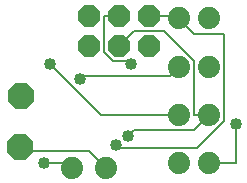
<source format=gbl>
G75*
G70*
%OFA0B0*%
%FSLAX24Y24*%
%IPPOS*%
%LPD*%
%AMOC8*
5,1,8,0,0,1.08239X$1,22.5*
%
%ADD10C,0.0740*%
%ADD11OC8,0.0740*%
%ADD12OC8,0.0850*%
%ADD13C,0.0080*%
%ADD14C,0.0400*%
D10*
X010271Y001496D03*
X011411Y001496D03*
X013841Y001646D03*
X014841Y001646D03*
X014841Y003246D03*
X013841Y003246D03*
X013841Y004846D03*
X014841Y004846D03*
X014841Y006496D03*
X013841Y006496D03*
D11*
X012841Y006546D03*
X011841Y006546D03*
X010841Y006546D03*
X010841Y005546D03*
X011841Y005546D03*
X012841Y005546D03*
D12*
X008591Y003896D03*
X008541Y002196D03*
D13*
X008541Y002146D01*
X008641Y002046D01*
X010841Y002046D01*
X011341Y001546D01*
X011411Y001496D01*
X010271Y001496D02*
X010241Y001546D01*
X010141Y001646D01*
X009341Y001646D01*
X011741Y002246D02*
X011841Y002146D01*
X014441Y002146D01*
X015341Y003046D01*
X015341Y005946D01*
X014341Y005946D01*
X013841Y006446D01*
X013841Y006496D01*
X013841Y006546D01*
X012841Y006546D01*
X011841Y006546D02*
X011341Y006546D01*
X011341Y005346D01*
X011641Y005046D01*
X012141Y005046D01*
X012241Y004946D01*
X013541Y004546D02*
X013841Y004846D01*
X013541Y004546D02*
X010641Y004546D01*
X010541Y004446D01*
X009541Y004946D02*
X011241Y003246D01*
X013841Y003246D01*
X014341Y003246D02*
X014841Y003246D01*
X014341Y002746D01*
X012341Y002746D01*
X012141Y002546D01*
X015741Y002946D02*
X015741Y001646D01*
X014841Y001646D01*
X014341Y003246D02*
X014341Y005046D01*
X013341Y006046D01*
X012341Y006046D01*
X011841Y005546D01*
D14*
X009341Y001646D03*
X011741Y002246D03*
X012141Y002546D03*
X015741Y002946D03*
X010541Y004446D03*
X009541Y004946D03*
X012241Y004946D03*
M02*

</source>
